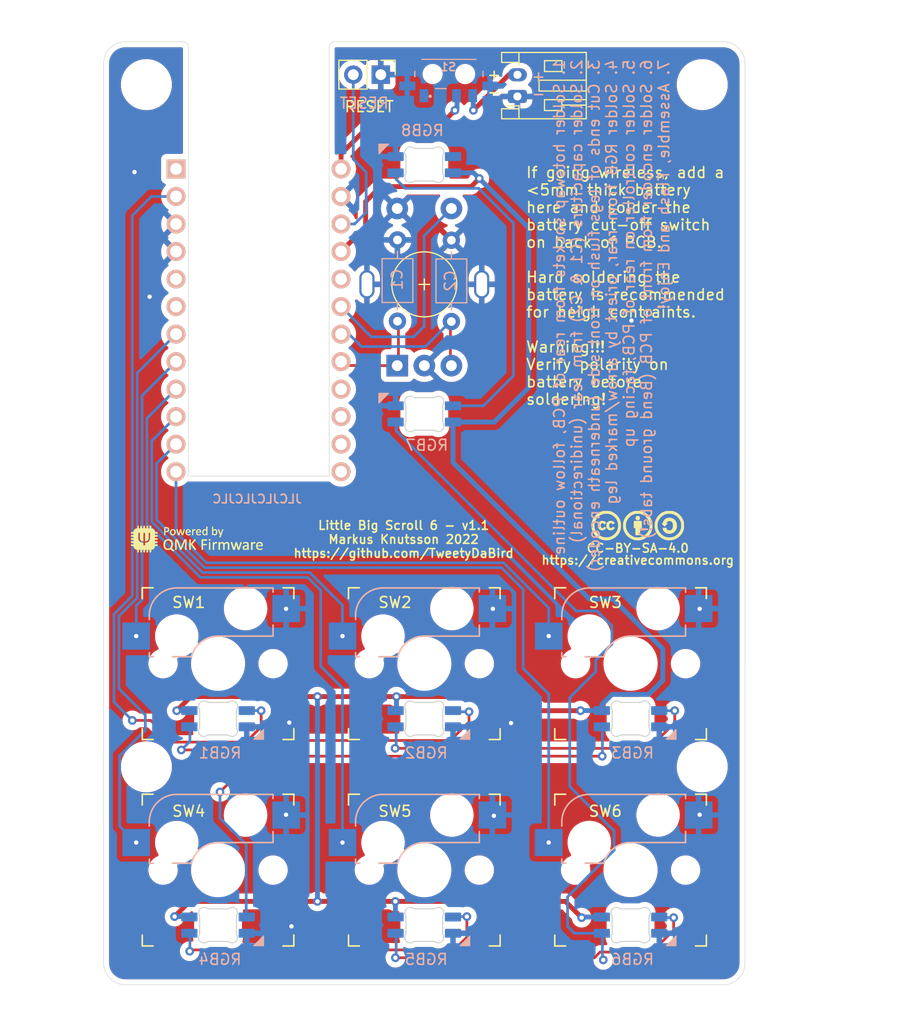
<source format=kicad_pcb>
(kicad_pcb (version 20211014) (generator pcbnew)
  (title_block (title "Little Big Scroll 6 - PCB") (date "2022-08-26") (rev "v1.1") (company "Tweety's Wild Thinking") (comment 1 "Markus Knutsson <markus.knutsson@tweety.se>") (comment 2 "https://github.com/TweetyDaBird") (comment 3 "Licensed under Creative Commons BY-SA 4.0 International "))
  (layers (0 "F.Cu" signal) (31 "B.Cu" signal) (34 "B.Paste" user) (35 "F.Paste" user) (36 "B.SilkS" user "B.Silkscreen") (37 "F.SilkS" user "F.Silkscreen") (38 "B.Mask" user) (39 "F.Mask" user) (44 "Edge.Cuts" user))
  (net 0 "")
  (net 1 "EncB")
  (net 2 "GND")
  (net 3 "VCC")
  (net 4 "EncA")
  (net 5 "RGB")
  (net 6 "Key1")
  (net 7 "Key2")
  (net 8 "Key3")
  (net 9 "Key4")
  (net 10 "Key5")
  (net 11 "Key6")
  (net 12 "EncKey")
  (net 21 "BAT+")
  (net 23 "/BAT++")
  (net 24 "Net-(RGB1-Pad2)")
  (net 25 "Net-(RGB2-Pad2)")
  (net 26 "Net-(RGB3-Pad2)")
  (net 27 "Net-(RGB5-Pad2)")
  (net 28 "Net-(RGB6-Pad2)")
  (net 30 "Net-(J1-Pad2)")
  (net 31 "Net-(RGB5-Pad4)")
  (net 32 "Net-(RGB7-Pad2)")
  (footprint "Common Library:ProMicro" (layer "F.Cu") (at 94.96 71.48 -90)
    (fp_text reference "U1" hide)
    (fp_text value "ProMicro" hide)
  )
  (footprint "Keyboard Switches & Encoders:SW_MX_HotSwap" (layer "F.Cu") (at 91.22 103.16)
    (fp_text reference "SW1")
    (fp_text value "SW_MX_HS" hide)
  )
  (footprint "Keyboard Switches & Encoders:SW_MX_HotSwap" (layer "F.Cu") (at 110.27 103.16)
    (fp_text reference "SW2")
    (fp_text value "SW_MX_HS" hide)
  )
  (footprint "Keyboard Switches & Encoders:SW_MX_HotSwap" (layer "F.Cu") (at 129.32 103.16)
    (fp_text reference "SW3")
    (fp_text value "SW_MX_HS" hide)
  )
  (footprint "Keyboard Switches & Encoders:SW_MX_HotSwap" (layer "F.Cu") (at 91.22 122.21)
    (fp_text reference "SW4")
    (fp_text value "SW_MX_HS" hide)
  )
  (footprint "Keyboard Switches & Encoders:SW_MX_HotSwap" (layer "F.Cu") (at 110.27 122.21)
    (fp_text reference "SW5")
    (fp_text value "SW_MX_HS" hide)
  )
  (footprint "Keyboard Switches & Encoders:SW_MX_HotSwap" (layer "F.Cu") (at 129.32 122.21)
    (fp_text reference "SW6")
    (fp_text value "SW_MX_HS" hide)
  )
  (footprint "Keyboard Switches & Encoders:Encoder_Alps_EC11E_Small" (layer "F.Cu") (at 110.27 68.16 90)
    (fp_text reference "ENC1" hide)
    (fp_text value "Rotary_Encoder_Click" hide)
  )
  (footprint "Keyboard Switches & Encoders:RGB_SK6812MINI-E" (layer "F.Cu") (at 91.22 103.16)
    (fp_text reference "RGB1")
    (fp_text value "SK6812MINI-E")
    (fp_line (start 1.699999 4.377157) (end 1.699999 5.782841) (layer "Edge.Cuts") (width 0.1))
    (fp_line (start -1.699999 5.782841) (end -1.699999 4.377157) (layer "Edge.Cuts") (width 0.1))
    (fp_line (start 0.794452 6.579999) (end -0.794452 6.579999) (layer "Edge.Cuts") (width 0.1))
    (fp_line (start -0.794452 3.58) (end 0.794453 3.58) (layer "Edge.Cuts") (width 0.1))
    (fp_arc (start 1.046711 3.511701) (mid 1.638071 3.575964) (end 1.749484 4.160279) (layer "Edge.Cuts") (width 0.1))
    (fp_arc (start 1.749484 5.999718) (mid 1.638072 6.584034) (end 1.046711 6.648298) (layer "Edge.Cuts") (width 0.1))
    (fp_arc (start -1.749484 4.160279) (mid -1.638071 3.575964) (end -1.046711 3.5117) (layer "Edge.Cuts") (width 0.1))
    (fp_arc (start 1.749484 5.999719) (mid 1.712517 5.89407) (end 1.699999 5.782841) (layer "Edge.Cuts") (width 0.1))
    (fp_arc (start -0.794453 3.579999) (mid -0.925123 3.562622) (end -1.046711 3.5117) (layer "Edge.Cuts") (width 0.1))
    (fp_arc (start -1.046711 6.648296) (mid -1.63807 6.584033) (end -1.749484 5.999719) (layer "Edge.Cuts") (width 0.1))
    (fp_arc (start -1.04671 6.648298) (mid -0.925122 6.597376) (end -0.794452 6.579999) (layer "Edge.Cuts") (width 0.1))
    (fp_arc (start 0.794452 6.579999) (mid 0.925123 6.597376) (end 1.046711 6.648298) (layer "Edge.Cuts") (width 0.1))
    (fp_arc (start -1.749484 4.160279) (mid -1.712527 4.265931) (end -1.699999 4.377157) (layer "Edge.Cuts") (width 0.1))
    (fp_arc (start 1.699999 4.377156) (mid 1.712525 4.26593) (end 1.749484 4.160279) (layer "Edge.Cuts") (width 0.1))
    (fp_arc (start -1.699999 5.782842) (mid -1.712527 5.894067) (end -1.749484 5.999719) (layer "Edge.Cuts") (width 0.1))
    (fp_arc (start 1.046711 3.511701) (mid 0.925123 3.562623) (end 0.794453 3.58) (layer "Edge.Cuts") (width 0.1))
  )
  (footprint "Keyboard Switches & Encoders:RGB_SK6812MINI-E" (layer "F.Cu") (at 110.27 103.16)
    (fp_text reference "RGB2")
    (fp_text value "SK6812MINI-E")
    (fp_line (start 1.699999 4.377157) (end 1.699999 5.782841) (layer "Edge.Cuts") (width 0.1))
    (fp_line (start -1.699999 5.782841) (end -1.699999 4.377157) (layer "Edge.Cuts") (width 0.1))
    (fp_line (start 0.794452 6.579999) (end -0.794452 6.579999) (layer "Edge.Cuts") (width 0.1))
    (fp_line (start -0.794452 3.58) (end 0.794453 3.58) (layer "Edge.Cuts") (width 0.1))
    (fp_arc (start 1.749484 5.999718) (mid 1.638072 6.584034) (end 1.046711 6.648298) (layer "Edge.Cuts") (width 0.1))
    (fp_arc (start 1.749484 5.999719) (mid 1.712517 5.89407) (end 1.699999 5.782841) (layer "Edge.Cuts") (width 0.1))
    (fp_arc (start 1.699999 4.377156) (mid 1.712525 4.26593) (end 1.749484 4.160279) (layer "Edge.Cuts") (width 0.1))
    (fp_arc (start -1.046711 6.648296) (mid -1.63807 6.584033) (end -1.749484 5.999719) (layer "Edge.Cuts") (width 0.1))
    (fp_arc (start -1.749484 4.160279) (mid -1.638071 3.575964) (end -1.046711 3.5117) (layer "Edge.Cuts") (width 0.1))
    (fp_arc (start 1.046711 3.511701) (mid 0.925123 3.562623) (end 0.794453 3.58) (layer "Edge.Cuts") (width 0.1))
    (fp_arc (start -0.794453 3.579999) (mid -0.925123 3.562622) (end -1.046711 3.5117) (layer "Edge.Cuts") (width 0.1))
    (fp_arc (start 1.046711 3.511701) (mid 1.638071 3.575964) (end 1.749484 4.160279) (layer "Edge.Cuts") (width 0.1))
    (fp_arc (start -1.699999 5.782842) (mid -1.712527 5.894067) (end -1.749484 5.999719) (layer "Edge.Cuts") (width 0.1))
    (fp_arc (start 0.794452 6.579999) (mid 0.925123 6.597376) (end 1.046711 6.648298) (layer "Edge.Cuts") (width 0.1))
    (fp_arc (start -1.749484 4.160279) (mid -1.712527 4.265931) (end -1.699999 4.377157) (layer "Edge.Cuts") (width 0.1))
    (fp_arc (start -1.04671 6.648298) (mid -0.925122 6.597376) (end -0.794452 6.579999) (layer "Edge.Cuts") (width 0.1))
  )
  (footprint "Keyboard Switches & Encoders:RGB_SK6812MINI-E" (layer "F.Cu") (at 129.32 103.16)
    (fp_text reference "RGB3")
    (fp_text value "SK6812MINI-E")
    (fp_line (start -1.699999 5.782841) (end -1.699999 4.377157) (layer "Edge.Cuts") (width 0.1))
    (fp_line (start -0.794452 3.58) (end 0.794453 3.58) (layer "Edge.Cuts") (width 0.1))
    (fp_line (start 1.699999 4.377157) (end 1.699999 5.782841) (layer "Edge.Cuts") (width 0.1))
    (fp_line (start 0.794452 6.579999) (end -0.794452 6.579999) (layer "Edge.Cuts") (width 0.1))
    (fp_arc (start -1.699999 5.782842) (mid -1.712527 5.894067) (end -1.749484 5.999719) (layer "Edge.Cuts") (width 0.1))
    (fp_arc (start 1.749484 5.999718) (mid 1.638072 6.584034) (end 1.046711 6.648298) (layer "Edge.Cuts") (width 0.1))
    (fp_arc (start 1.046711 3.511701) (mid 0.925123 3.562623) (end 0.794453 3.58) (layer "Edge.Cuts") (width 0.1))
    (fp_arc (start -1.046711 6.648296) (mid -1.63807 6.584033) (end -1.749484 5.999719) (layer "Edge.Cuts") (width 0.1))
    (fp_arc (start 1.699999 4.377156) (mid 1.712525 4.26593) (end 1.749484 4.160279) (layer "Edge.Cuts") (width 0.1))
    (fp_arc (start -1.04671 6.648298) (mid -0.925122 6.597376) (end -0.794452 6.579999) (layer "Edge.Cuts") (width 0.1))
    (fp_arc (start -1.749484 4.160279) (mid -1.638071 3.575964) (end -1.046711 3.5117) (layer "Edge.Cuts") (width 0.1))
    (fp_arc (start 0.794452 6.579999) (mid 0.925123 6.597376) (end 1.046711 6.648298) (layer "Edge.Cuts") (width 0.1))
    (fp_arc (start 1.046711 3.511701) (mid 1.638071 3.575964) (end 1.749484 4.160279) (layer "Edge.Cuts") (width 0.1))
    (fp_arc (start -0.794453 3.579999) (mid -0.925123 3.562622) (end -1.046711 3.5117) (layer "Edge.Cuts") (width 0.1))
    (fp_arc (start 1.749484 5.999719) (mid 1.712517 5.89407) (end 1.699999 5.782841) (layer "Edge.Cuts") (width 0.1))
    (fp_arc (start -1.749484 4.160279) (mid -1.712527 4.265931) (end -1.699999 4.377157) (layer "Edge.Cuts") (width 0.1))
  )
  (footprint "Keyboard Switches & Encoders:RGB_SK6812MINI-E" (layer "F.Cu") (at 91.22 122.21)
    (fp_text reference "RGB4")
    (fp_text value "SK6812MINI-E")
    (fp_line (start 1.699999 4.377157) (end 1.699999 5.782841) (layer "Edge.Cuts") (width 0.1))
    (fp_line (start 0.794452 6.579999) (end -0.794452 6.579999) (layer "Edge.Cuts") (width 0.1))
    (fp_line (start -1.699999 5.782841) (end -1.699999 4.377157) (layer "Edge.Cuts") (width 0.1))
    (fp_line (start -0.794452 3.58) (end 0.794453 3.58) (layer "Edge.Cuts") (width 0.1))
    (fp_arc (start -1.046711 6.648296) (mid -1.63807 6.584033) (end -1.749484 5.999719) (layer "Edge.Cuts") (width 0.1))
    (fp_arc (start 1.749484 5.999719) (mid 1.712517 5.89407) (end 1.699999 5.782841) (layer "Edge.Cuts") (width 0.1))
    (fp_arc (start -1.749484 4.160279) (mid -1.638071 3.575964) (end -1.046711 3.5117) (layer "Edge.Cuts") (width 0.1))
    (fp_arc (start 1.046711 3.511701) (mid 0.925123 3.562623) (end 0.794453 3.58) (layer "Edge.Cuts") (width 0.1))
    (fp_arc (start 0.794452 6.579999) (mid 0.925123 6.597376) (end 1.046711 6.648298) (layer "Edge.Cuts") (width 0.1))
    (fp_arc (start 1.046711 3.511701) (mid 1.638071 3.575964) (end 1.749484 4.160279) (layer "Edge.Cuts") (width 0.1))
    (fp_arc (start -0.794453 3.579999) (mid -0.925123 3.562622) (end -1.046711 3.5117) (layer "Edge.Cuts") (width 0.1))
    (fp_arc (start 1.699999 4.377156) (mid 1.712525 4.26593) (end 1.749484 4.160279) (layer "Edge.Cuts") (width 0.1))
    (fp_arc (start -1.699999 5.782842) (mid -1.712527 5.894067) (end -1.749484 5.999719) (layer "Edge.Cuts") (width 0.1))
    (fp_arc (start 1.749484 5.999718) (mid 1.638072 6.584034) (end 1.046711 6.648298) (layer "Edge.Cuts") (width 0.1))
    (fp_arc (start -1.04671 6.648298) (mid -0.925122 6.597376) (end -0.794452 6.579999) (layer "Edge.Cuts") (width 0.1))
    (fp_arc (start -1.749484 4.160279) (mid -1.712527 4.265931) (end -1.699999 4.377157) (layer "Edge.Cuts") (width 0.1))
  )
  (footprint "Keyboard Switches & Encoders:RGB_SK6812MINI-E" (layer "F.Cu") (at 110.27 122.21)
    (fp_text reference "RGB5")
    (fp_text value "SK6812MINI-E")
    (fp_line (start 0.794452 6.579999) (end -0.794452 6.579999) (layer "Edge.Cuts") (width 0.1))
    (fp_line (start -1.699999 5.782841) (end -1.699999 4.377157) (layer "Edge.Cuts") (width 0.1))
    (fp_line (start 1.699999 4.377157) (end 1.699999 5.782841) (layer "Edge.Cuts") (width 0.1))
    (fp_line (start -0.794452 3.58) (end 0.794453 3.58) (layer "Edge.Cuts") (width 0.1))
    (fp_arc (start 0.794452 6.579999) (mid 0.925123 6.597376) (end 1.046711 6.648298) (layer "Edge.Cuts") (width 0.1))
    (fp_arc (start -0.794453 3.579999) (mid -0.925123 3.562622) (end -1.046711 3.5117) (layer "Edge.Cuts") (width 0.1))
    (fp_arc (start 1.699999 4.377156) (mid 1.712525 4.26593) (end 1.749484 4.160279) (layer "Edge.Cuts") (width 0.1))
    (fp_arc (start -1.749484 4.160279) (mid -1.638071 3.575964) (end -1.046711 3.5117) (layer "Edge.Cuts") (width 0.1))
    (fp_arc (start 1.046711 3.511701) (mid 0.925123 3.562623) (end 0.794453 3.58) (layer "Edge.Cuts") (width 0.1))
    (fp_arc (start -1.699999 5.782842) (mid -1.712527 5.894067) (end -1.749484 5.999719) (layer "Edge.Cuts") (width 0.1))
    (fp_arc (start -1.749484 4.160279) (mid -1.712527 4.265931) (end -1.699999 4.377157) (layer "Edge.Cuts") (width 0.1))
    (fp_arc (start -1.04671 6.648298) (mid -0.925122 6.597376) (end -0.794452 6.579999) (layer "Edge.Cuts") (width 0.1))
    (fp_arc (start -1.046711 6.648296) (mid -1.63807 6.584033) (end -1.749484 5.999719) (layer "Edge.Cuts") (width 0.1))
    (fp_arc (start 1.749484 5.999718) (mid 1.638072 6.584034) (end 1.046711 6.648298) (layer "Edge.Cuts") (width 0.1))
    (fp_arc (start 1.749484 5.999719) (mid 1.712517 5.89407) (end 1.699999 5.782841) (layer "Edge.Cuts") (width 0.1))
    (fp_arc (start 1.046711 3.511701) (mid 1.638071 3.575964) (end 1.749484 4.160279) (layer "Edge.Cuts") (width 0.1))
  )
  (footprint "Keyboard Switches & Encoders:RGB_SK6812MINI-E" (layer "F.Cu") (at 129.32 122.21)
    (fp_text reference "RGB6")
    (fp_text value "SK6812MINI-E")
    (fp_line (start -1.699999 5.782841) (end -1.699999 4.377157) (layer "Edge.Cuts") (width 0.1))
    (fp_line (start 1.699999 4.377157) (end 1.699999 5.782841) (layer "Edge.Cuts") (width 0.1))
    (fp_line (start -0.794452 3.58) (end 0.794453 3.58) (layer "Edge.Cuts") (width 0.1))
    (fp_line (start 0.794452 6.579999) (end -0.794452 6.579999) (layer "Edge.Cuts") (width 0.1))
    (fp_arc (start -1.749484 4.160279) (mid -1.712527 4.265931) (end -1.699999 4.377157) (layer "Edge.Cuts") (width 0.1))
    (fp_arc (start 1.046711 3.511701) (mid 0.925123 3.562623) (end 0.794453 3.58) (layer "Edge.Cuts") (width 0.1))
    (fp_arc (start -0.794453 3.579999) (mid -0.925123 3.562622) (end -1.046711 3.5117) (layer "Edge.Cuts") (width 0.1))
    (fp_arc (start -1.04671 6.648298) (mid -0.925122 6.597376) (end -0.794452 6.579999) (layer "Edge.Cuts") (width 0.1))
    (fp_arc (start 1.046711 3.511701) (mid 1.638071 3.575964) (end 1.749484 4.160279) (layer "Edge.Cuts") (width 0.1))
    (fp_arc (start -1.699999 5.782842) (mid -1.712527 5.894067) (end -1.749484 5.999719) (layer "Edge.Cuts") (width 0.1))
    (fp_arc (start -1.749484 4.160279) (mid -1.638071 3.575964) (end -1.046711 3.5117) (layer "Edge.Cuts") (width 0.1))
    (fp_arc (start 1.749484 5.999719) (mid 1.712517 5.89407) (end 1.699999 5.782841) (layer "Edge.Cuts") (width 0.1))
    (fp_arc (start 1.699999 4.377156) (mid 1.712525 4.26593) (end 1.749484 4.160279) (layer "Edge.Cuts") (width 0.1))
    (fp_arc (start 0.794452 6.579999) (mid 0.925123 6.597376) (end 1.046711 6.648298) (layer "Edge.Cuts") (width 0.1))
    (fp_arc (start 1.749484 5.999718) (mid 1.638072 6.584034) (end 1.046711 6.648298) (layer "Edge.Cuts") (width 0.1))
    (fp_arc (start -1.046711 6.648296) (mid -1.63807 6.584033) (end -1.749484 5.999719) (layer "Edge.Cuts") (width 0.1))
  )
  (footprint "Keyboard Switches & Encoders:RGB_SK6812MINI-E" (layer "F.Cu") (at 110.27 62.2 180)
    (fp_text reference "RGB8")
    (fp_text value "SK6812MINI-E")
    (fp_line (start 1.699999 4.377157) (end 1.699999 5.782841) (layer "Edge.Cuts") (width 0.1))
    (fp_line (start -0.794452 3.58) (end 0.794453 3.58) (layer "Edge.Cuts") (width 0.1))
    (fp_line (start 0.794452 6.579999) (end -0.794452 6.579999) (layer "Edge.Cuts") (width 0.1))
    (fp_line (start -1.699999 5.782841) (end -1.699999 4.377157) (layer "Edge.Cuts") (width 0.1))
    (fp_arc (start 0.794452 6.579999) (mid 0.925123 6.597376) (end 1.046711 6.648298) (layer "Edge.Cuts") (width 0.1))
    (fp_arc (start 1.749484 5.999719) (mid 1.712517 5.89407) (end 1.699999 5.782841) (layer "Edge.Cuts") (width 0.1))
    (fp_arc (start 1.699999 4.377156) (mid 1.712525 4.26593) (end 1.749484 4.160279) (layer "Edge.Cuts") (width 0.1))
    (fp_arc (start 1.749484 5.999718) (mid 1.638072 6.584034) (end 1.046711 6.648298) (layer "Edge.Cuts") (width 0.1))
    (fp_arc (start -0.794453 3.579999) (mid -0.925123 3.562622) (end -1.046711 3.5117) (layer "Edge.Cuts") (width 0.1))
    (fp_arc (start -1.699999 5.782842) (mid -1.712527 5.894067) (end -1.749484 5.999719) (layer "Edge.Cuts") (width 0.1))
    (fp_arc (start 1.046711 3.511701) (mid 1.638071 3.575964) (end 1.749484 4.160279) (layer "Edge.Cuts") (width 0.1))
    (fp_arc (start -1.749484 4.160279) (mid -1.638071 3.575964) (end -1.046711 3.5117) (layer "Edge.Cuts") (width 0.1))
    (fp_arc (start 1.046711 3.511701) (mid 0.925123 3.562623) (end 0.794453 3.58) (layer "Edge.Cuts") (width 0.1))
    (fp_arc (start -1.04671 6.648298) (mid -0.925122 6.597376) (end -0.794452 6.579999) (layer "Edge.Cuts") (width 0.1))
    (fp_arc (start -1.046711 6.648296) (mid -1.63807 6.584033) (end -1.749484 5.999719) (layer "Edge.Cuts") (width 0.1))
    (fp_arc (start -1.749484 4.160279) (mid -1.712527 4.265931) (end -1.699999 4.377157) (layer "Edge.Cuts") (width 0.1))
  )
  (footprint "Keyboard Switches & Encoders:RGB_SK6812MINI-E" (layer "F.Cu") (at 110.27 85.195 180)
    (fp_text reference "RGB7")
    (fp_text value "SK6812MINI-E")
    (fp_line (start -1.699999 5.782841) (end -1.699999 4.377157) (layer "Edge.Cuts") (width 0.1))
    (fp_line (start 0.794452 6.579999) (end -0.794452 6.579999) (layer "Edge.Cuts") (width 0.1))
    (fp_line (start -0.794452 3.58) (end 0.794453 3.58) (layer "Edge.Cuts") (width 0.1))
    (fp_line (start 1.699999 4.377157) (end 1.699999 5.782841) (layer "Edge.Cuts") (width 0.1))
    (fp_arc (start -1.699999 5.782842) (mid -1.712527 5.894067) (end -1.749484 5.999719) (layer "Edge.Cuts") (width 0.1))
    (fp_arc (start -1.046711 6.648296) (mid -1.63807 6.584033) (end -1.749484 5.999719) (layer "Edge.Cuts") (width 0.1))
    (fp_arc (start 1.046711 3.511701) (mid 1.638071 3.575964) (end 1.749484 4.160279) (layer "Edge.Cuts") (width 0.1))
    (fp_arc (start 1.699999 4.377156) (mid 1.712525 4.26593) (end 1.749484 4.160279) (layer "Edge.Cuts") (width 0.1))
    (fp_arc (start -1.749484 4.160279) (mid -1.638071 3.575964) (end -1.046711 3.5117) (layer "Edge.Cuts") (width 0.1))
    (fp_arc (start 1.749484 5.999718) (mid 1.638072 6.584034) (end 1.046711 6.648298) (layer "Edge.Cuts") (width 0.1))
    (fp_arc (start 1.749484 5.999719) (mid 1.712517 5.89407) (end 1.699999 5.782841) (layer "Edge.Cuts") (width 0.1))
    (fp_arc (start 1.046711 3.511701) (mid 0.925123 3.562623) (end 0.794453 3.58) (layer "Edge.Cuts") (width 0.1))
    (fp_arc (start -1.749484 4.160279) (mid -1.712527 4.265931) (end -1.699999 4.377157) (layer "Edge.Cuts") (width 0.1))
    (fp_arc (start 0.794452 6.579999) (mid 0.925123 6.597376) (end 1.046711 6.648298) (layer "Edge.Cuts") (width 0.1))
    (fp_arc (start -0.794453 3.579999) (mid -0.925123 3.562622) (end -1.046711 3.5117) (layer "Edge.Cuts") (width 0.1))
    (fp_arc (start -1.04671 6.648298) (mid -0.925122 6.597376) (end -0.794452 6.579999) (layer "Edge.Cuts") (width 0.1))
  )
  (footprint "Keyboard Switches & Encoders:Spacer PCB hole" (layer "F.Cu") (at 84.6 112.685)
    (fp_text reference "H1" hide)
    (fp_text value "Spacer_PCB" hide)
  )
  (footprint "Keyboard Switches & Encoders:Spacer PCB hole" (layer "F.Cu") (at 135.94 112.685)
    (fp_text reference "H2" hide)
    (fp_text value "Spacer_PCB" hide)
  )
  (footprint "Keyboard Switches & Encoders:Spacer PCB hole" (layer "F.Cu") (at 135.94 49.73)
    (fp_text reference "H3" hide)
    (fp_text value "Spacer_PCB" hide)
  )
  (footprint "Keyboard Switches & Encoders:Spacer PCB hole" (layer "F.Cu") (at 84.6 49.73)
    (fp_text reference "H4" hide)
    (fp_text value "Spacer_PCB" hide)
  )
  (footprint "Connector_PinHeader_2.54mm:PinHeader_1x02_P2.54mm_Vertical" (layer "F.Cu") (at 106.25 48.81 -90)
    (fp_text reference "J1" hide)
    (fp_text value "Conn_01x02")
  )
  (footprint "Connector_JST:JST_PH_S2B-PH-K_1x02_P2.00mm_Horizontal" (layer "F.Cu") (at 118.87 50.82 90)
    (fp_text reference "J2" hide)
    (fp_text value "Conn_01x02")
  )
  (footprint "Logotypes:Powered_by_QMK" (layer "F.Cu") (at 89.29 91.65)
    (fp_text reference "Logo2" hide)
    (fp_text value "QMK_Logo" hide)
  )
  (footprint "Logotypes:CC_BY_SA_40" (layer "F.Cu") (at 130.026958 91.345945)
    (fp_text reference "Logo1" hide)
    (fp_text value "CC-BY-SA-4.0")
  )
  (footprint "Capacitor_THT:C_Axial_L3.8mm_D2.6mm_P7.50mm_Horizontal" (layer "B.Cu") (at 112.77 64.09 -90)
    (fp_text reference "C2")
    (fp_text value "C_Small")
  )
  (footprint "Capacitor_THT:C_Axial_L3.8mm_D2.6mm_P7.50mm_Horizontal" (layer "B.Cu") (at 107.79 71.56 90)
    (fp_text reference "C1")
    (fp_text value "C_Small")
  )
  (footprint "Keyboard Switches & Encoders:MSK12C02" (layer "B.Cu") (at 112.54 48.75)
    (fp_text reference "S1")
    (fp_text value "MSK12C02" hide)
  )
  (gr_arc (start 80.65 47.780399) (mid 81.235903 46.365903) (end 82.650399 45.78) (layer "Edge.Cuts") (width 0.05))
  (gr_arc (start 82.650399 132.790399) (mid 81.235903 132.204496) (end 80.65 130.79) (layer "Edge.Cuts") (width 0.05))
  (gr_arc (start 137.89 45.78) (mid 139.304496 46.365903) (end 139.890399 47.780399) (layer "Edge.Cuts") (width 0.05))
  (gr_line (start 101.485 85.85) (end 101.485 46.28) (layer "Edge.Cuts") (width 0.05))
  (gr_line (start 139.890399 47.780399) (end 139.89 130.789601) (layer "Edge.Cuts") (width 0.05))
  (gr_line (start 101.985 45.78) (end 137.89 45.78) (layer "Edge.Cuts") (width 0.05))
  (gr_line (start 80.65 130.79) (end 80.65 47.800399) (layer "Edge.Cuts") (width 0.05))
  (gr_arc (start 139.89 130.789601) (mid 139.304097 132.204097) (end 137.889601 132.79) (layer "Edge.Cuts") (width 0.05))
  (gr_arc (start 87.985 45.78) (mid 88.338553 45.926447) (end 88.485 46.28) (layer "Edge.Cuts") (width 0.05))
  (gr_arc (start 101.485 46.28) (mid 101.631447 45.926447) (end 101.985 45.78) (layer "Edge.Cuts") (width 0.05))
  (gr_line (start 88.485 46.28) (end 88.485 85.85) (layer "Edge.Cuts") (width 0.05))
  (gr_line (start 88.485 85.85) (end 101.485 85.85) (layer "Edge.Cuts") (width 0.05))
  (gr_line (start 82.650399 45.78) (end 87.985 45.78) (layer "Edge.Cuts") (width 0.05))
  (gr_line (start 137.889601 132.79) (end 82.650399 132.790399) (layer "Edge.Cuts") (width 0.05))
  (gr_text "RESET" (at 104.71 51.44) (layer "B.SilkS") (effects (font (size 1 1)) (justify mirror)))
  (gr_text "+\n-" (at 120.82 49.77) (layer "B.SilkS") (effects (font (size 1 1)) (justify mirror)))
  (gr_text "1. Solder hotswap sockets from rear of PCB, follow outline\n2. Solder capacitors (C1 & C2) from rear (unidirectional)\n3. Cut ends of legs flush on front side (underneath encoder)\n4. Solder RGB from rear, orient by arrow/marked leg \n5. Solder controller on rear of PCB, facing up\n6. Solder encoder from front of PCB (Bend ground tabs!)\n7. Assemble, Flash and Enjoy!" (at 127.57 47.33 90) (layer "B.SilkS") (effects (font (size 1 1)) (justify left mirror)))
  (gr_text "JLCJLCJLCJLC" (at 94.83 87.96) (layer "B.SilkS") (effects (font (size 0.8 0.8)) (justify mirror)))
  (gr_text "If going wireless, add a \n<5mm thick battery\nhere and solder the \nbattery cut-off switch\non back of PCB. \n\nHard soldering the\nbattery is recommended\nfor heigh contraints.\n\nWarning!!!\nVerify polarity on \nbattery before \nsoldering!" (at 119.59 68.3) (layer "F.SilkS") (effects (font (size 1 1)) (justify left)))
  (gr_text "RESET" (at 105.18 51.76) (layer "F.SilkS") (effects (font (size 1 1))))
  (gr_text "Little Big Scroll 6 - v1.1\nMarkus Knutsson 2022\nhttps://github.com/TweetyDaBird" (at 108.361388 91.69) (layer "F.SilkS") (effects (font (size 0.8 0.8))))
  (gr_text "+\n-" (at 116.72 49.61) (layer "F.SilkS") (effects (font (size 1 1))))
  (segment (start 112.68 75.57) (end 112.77 75.66) (width 0.25) (layer "F.Cu") (net 1))
  (segment (start 112.77 71.59) (end 112.68 71.68) (width 0.25) (layer "F.Cu") (net 1))
  (segment (start 112.68 71.68) (end 112.68 75.57) (width 0.25) (layer "F.Cu") (net 1))
  (segment (start 112.77 71.59) (end 112.68 71.59) (width 0.25) (layer "B.Cu") (net 1))
  (segment (start 103.31 72.75) (end 102.58 72.75) (width 0.25) (layer "B.Cu") (net 1))
  (segment (start 104.46 73.9) (end 103.31 72.75) (width 0.25) (layer "B.Cu") (net 1))
  (segment (start 112.68 71.59) (end 110.37 73.9) (width 0.25) (layer "B.Cu") (net 1))
  (segment (start 110.37 73.9) (end 104.46 73.9) (width 0.25) (layer "B.Cu") (net 1))
  (via (at 98 127.4) (size 0.8) (drill 0.4) (layers "F.Cu" "B.Cu") (net 2))
  (via (at 118.2755 108.643082) (size 0.8) (drill 0.4) (layers "F.Cu" "B.Cu") (net 2))
  (via (at 129.4 71.5) (size 0.8) (drill 0.4) (layers "F.Cu" "B.Cu") (net 2))
  (via (at 84.9 69.3) (size 0.8) (drill 0.4) (layers "F.Cu" "B.Cu") (net 2))
  (via (at 116.6 98.1) (size 0.8) (drill 0.4) (layers "F.Cu" "B.Cu") (net 2))
  (via (at 97.5 117.1) (size 0.8) (drill 0.4) (layers "F.Cu" "B.Cu") (net 2))
  (via (at 116.7 117.2) (size 0.8) (drill 0.4) (layers "F.Cu" "B.Cu") (net 2))
  (via (at 135.7 98.1) (size 0.8) (drill 0.4) (layers "F.Cu" "B.Cu") (net 2))
  (via (at 97.5 98.1) (size 0.8) (drill 0.4) (layers "F.Cu" "B.Cu") (net 2))
  (via (at 97.8 108.6) (size 0.8) (drill 0.4) (layers "F.Cu" "B.Cu") (net 2))
  (via (at 135.7 117.1) (size 0.8) (drill 0.4) (layers "F.Cu" "B.Cu") (net 2))
  (via (at 83.5 57.8) (size 0.8) (drill 0.4) (layers "F.Cu" "B.Cu") (net 2))
  (segment (start 100.4 125.1) (end 107.6 125.1) (width 0.45) (layer "F.Cu") (net 3))
  (segment (start 88.7 106.2) (end 100.4 106.2) (width 0.45) (layer "F.Cu") (net 3))
  (segment (start 104.85 62.86) (end 104.85 60.52) (width 0.45) (layer "F.Cu") (net 3))
  (segment (start 123.3 125.1) (end 124.8 126.6) (width 0.45) (layer "F.Cu") (net 3))
  (segment (start 114.6 59.14) (end 115.35 58.39) (width 0.45) (layer "F.Cu") (net 3))
  (segment (start 87.4 107.5) (end 88.7 106.2) (width 0.45) (layer "F.Cu") (net 3))
  (segment (start 124.7 107.5) (end 121 107.5) (width 0.45) (layer "F.Cu") (net 3))
  (segment (start 104.85 60.52) (end 106.23 59.14) (width 0.45) (layer "F.Cu") (net 3))
  (segment (start 107.7 106.2) (end 100.4 106.2) (width 0.45) (layer "F.Cu") (net 3))
  (segment (start 119.7 106.2) (end 107.7 106.2) (width 0.45) (layer "F.Cu") (net 3))
  (segment (start 106.23 59.14) (end 114.6 59.14) (width 0.45) (layer "F.Cu") (net 3))
  (segment (start 121 107.5) (end 119.7 106.2) (width 0.45) (layer "F.Cu") (net 3))
  (segment (start 102.58 65.13) (end 104.85 62.86) (width 0.45) (layer "F.Cu") (net 3))
  (segment (start 88.6 125.1) (end 87.2 126.5) (width 0.45) (layer "F.Cu") (net 3))
  (segment (start 107.6 125.1) (end 123.3 125.1) (width 0.45) (layer "F.Cu") (net 3))
  (segment (start 100.4 125.1) (end 88.6 125.1) (width 0.45) (layer "F.Cu") (net 3))
  (via (at 100.4 106.2) (size 0.8) (drill 0.4) (layers "F.Cu" "B.Cu") (net 3))
  (via (at 107.7 106.2) (size 0.8) (drill 0.4) (layers "F.Cu" "B.Cu") (net 3))
  (via (at 107.6 125.1) (size 0.8) (drill 0.4) (layers "F.Cu" "B.Cu") (net 3))
  (via (at 124.7 107.5) (size 0.8) (drill 0.4) (layers "F.Cu" "B.Cu") (net 3))
  (via (at 87.4 107.5) (size 0.8) (drill 0.4) (layers "F.Cu" "B.Cu") (net 3))
  (via (at 87.2 126.5) (size 0.8) (drill 0.4) (layers "F.Cu" "B.Cu") (net 3))
  (via (at 100.4 125.1) (size 0.8) (drill 0.4) (layers "F.Cu" "B.Cu") (net 3))
  (via (at 115.35 58.39) (size 0.8) (drill 0.4) (layers "F.Cu" "B.Cu") (net 3))
  (via (at 124.8 126.6) (size 0.8) (drill 0.4) (layers "F.Cu" "B.Cu") (net 3))
  (segment (start 114.830001 57.870001) (end 115.35 58.39) (width 0.45) (layer "B.Cu") (net 3))
  (segment (start 124.710001 107.489999) (end 124.7 107.5) (width 0.45) (layer "B.Cu") (net 3))
  (segment (start 132.3 104.7) (end 131 106) (width 0.45) (layer "B.Cu") (net 3))
  (segment (start 112.87 57.870001) (end 114.830001 57.870001) (width 0.45) (layer "B.Cu") (net 3))
  (segment (start 107.7 107.459999) (end 107.67 107.489999) (width 0.45) (layer "B.Cu") (net 3))
  (segment (start 107.6 126.469999) (end 107.67 126.539999) (width 0.45) (layer "B.Cu") (net 3))
  (segment (start 124.860001 126.539999) (end 124.8 126.6) (width 0.45) (layer "B.Cu") (net 3))
  (segment (start 127.6 106) (end 126.67 106.93) (width 0.45) (layer "B.Cu") (net 3))
  (segment (start 125.5181 97.2) (end 127.7 97.2) (width 0.45) (layer "B.Cu") (net 3))
  (segment (start 126.67 106.93) (end 126.67 107.489999) (width 0.45) (layer "B.Cu") (net 3))
  (segment (start 87.410001 107.489999) (end 87.4 107.5) (width 0.45) (layer "B.Cu") (net 3))
  (segment (start 87.2 126.5) (end 88.580001 126.5) (width 0.45) (layer "B.Cu") (net 3))
  (segment (start 107.7 106.2) (end 107.7 107.459999) (width 0.45) (layer "B.Cu") (net 3))
  (segment (start 132.3 101.8) (end 132.3 104.7) (width 0.45) (layer "B.Cu") (net 3))
  (segment (start 126.72 126.539999) (end 124.860001 126.539999) (width 0.45) (layer "B.Cu") (net 3))
  (segment (start 119.9 62.94) (end 115.35 58.39) (width 0.45) (layer "B.Cu") (net 3))
  (segment (start 112.92 84.6019) (end 125.5181 97.2) (width 0.45) (layer "B.Cu") (net 3))
  (segment (start 131 106) (end 127.6 106) (width 0.45) (layer "B.Cu") (net 3))
  (segment (start 100.4 125.1) (end 100.4 106.2) (width 0.45) (layer "B.Cu") (net 3))
  (segment (start 126.72 107.489999) (end 124.710001 107.489999) (width 0.45) (layer "B.Cu") (net 3))
  (segment (start 112.92 80.865001) (end 116.734999 80.865001) (width 0.45) (layer "B.Cu") (net 3))
  (segment (start 119.9 77.7) (end 119.9 62.94) (width 0.45) (layer "B.Cu") (net 3))
  (segment (start 116.734999 80.865001) (end 119.9 77.7) (width 0.45) (layer "B.Cu") (net 3))
  (segment (start 112.92 80.865001) (end 112.92 84.6019) (width 0.45) (layer "B.Cu") (net 3))
  (segment (start 107.6 125.1) (end 107.6 126.469999) (width 0.45) (layer "B.Cu") (net 3))
  (segment (start 88.62 107.489999) (end 87.410001 107.489999) (width 0.45) (layer "B.Cu") (net 3))
  (segment (start 127.7 97.2) (end 132.3 101.8) (width 0.45) (layer "B.Cu") (net 3))
  (segment (start 107.79 71.56) (end 107.88 71.65) (width 0.25) (layer "F.Cu") (net 4))
  (segment (start 107.88 71.65) (end 107.88 75.55) (width 0.25) (layer "F.Cu") (net 4))
  (segment (start 105.57 75.65) (end 102.94 75.65) (width 0.25) (layer "F.Cu") (net 4))
  (segment (start 102.94 75.65) (end 102.58 75.29) (width 0.25) (layer "F.Cu") (net 4))
  (segment (start 107.77 75.66) (end 105.58 75.66) (width 0.25) (layer "F.Cu") (net 4))
  (segment (start 107.88 75.55) (end 107.77 75.66) (width 0.25) (layer "F.Cu") (net 4))
  (segment (start 105.58 75.66) (end 105.57 75.65) (width 0.25) (layer "F.Cu") (net 4))
  (segment (start 95.2 107.5) (end 95.2 109) (width 0.25) (layer "F.Cu") (net 5))
  (segment (start 93.8 110.4) (end 87 110.4) (width 0.25) (layer "F.Cu") (net 5))
  (segment (start 85 108.4) (end 83.3 108.4) (width 0.25) (layer "F.Cu") (net 5))
  (segment (start 95.2 109) (end 93.8 110.4) (width 0.25) (layer "F.Cu") (net 5))
  (segment (start 87 110.4) (end 85 108.4) (width 0.25) (layer "F.Cu") (net 5))
  (via (at 83.3 108.4) (size 0.8) (drill 0.4) (layers "F.Cu" "B.Cu") (net 5))
  (via (at 95.2 107.5) (size 0.8) (drill 0.4) (layers "F.Cu" "B.Cu") (net 5))
  (segment (start 83.3 61.8102) (end 85.0602 60.05) (width 0.25) (layer "B.Cu") (net 5))
  (segment (start 93.82 107.489999) (end 95.189999 107.489999) (width 0.25) (layer "B.Cu") (net 5))
  (segment (start 83.3 96.9) (end 83.3 61.8102) (width 0.25) (layer "B.Cu") (net 5))
  (segment (start 81.610978 106.710978) (end 81.610978 98.589022) (width 0.25) (layer "B.Cu") (net 5))
  (segment (start 81.610978 98.589022) (end 83.3 96.9) (width 0.25) (layer "B.Cu") (net 5))
  (segment (start 85.0602 60.05) (end 87.34 60.05) (width 0.25) (layer "B.Cu") (net 5))
  (segment (start 83.3 108.4) (end 81.610978 106.710978) (width 0.25) (layer "B.Cu") (net 5))
  (segment (start 95.189999 107.489999) (end 95.2 107.5) (width 0.25) (layer "B.Cu") (net 5))
  (via (at 83.66 100.62) (size 0.8) (drill 0.4) (layers "F.Cu" "B.Cu") (net 6))
  (segment (start 84.199021 78.430979) (end 87.34 75.29) (width 0.25) (layer "B.Cu") (net 6))
  (segment (start 83.66 100.62) (end 83.66 97.811408) (width 0.25) (layer "B.Cu") (net 6))
  (segment (start 83.66 97.811408) (end 84.199021 97.272387) (width 0.25) (layer "B.Cu") (net 6))
  (segment (start 84.199021 97.272387) (end 84.199021 78.430979) (width 0.25) (layer "B.Cu") (net 6))
  (via (at 102.71 100.62) (size 0.8) (drill 0.4) (layers "F.Cu" "B.Cu") (net 7))
  (segment (start 89.779081 94.750489) (end 85.098043 90.069451) (width 0.25) (layer "B.Cu") (net 7))
  (segment (start 85.098043 82.611957) (end 87.34 80.37) (width 0.25) (layer "B.Cu") (net 7))
  (segment (start 99.686193 94.750489) (end 89.779081 94.750489) (width 0.25) (layer "B.Cu") (net 7))
  (segment (start 102.71 100.62) (end 102.71 97.774296) (width 0.25) (layer "B.Cu") (net 7))
  (segment (start 102.71 97.774296) (end 99.686193 94.750489) (width 0.25) (layer "B.Cu") (net 7))
  (segment (start 85.098043 90.069451) (end 85.098043 82.611957) (width 0.25) (layer "B.Cu") (net 7))
  (via (at 121.76 100.62) (size 0.8) (drill 0.4) (layers "F.Cu" "B.Cu") (net 8))
  (segment (start 121.76 98.024296) (end 121.76 100.62) (width 0.25) (layer "B.Cu") (net 8))
  (segment (start 117.587172 93.851468) (end 121.76 98.024296) (width 0.25) (layer "B.Cu") (net 8))
  (segment (start 87.34 91.04) (end 90.151468 93.851468) (width 0.25) (layer "B.Cu") (net 8))
  (segment (start 90.151468 93.851468) (end 117.587172 93.851468) (width 0.25) (layer "B.Cu") (net 8))
  (segment (start 87.34 85.45) (end 87.34 91.04) (width 0.25) (layer "B.Cu") (net 8))
  (via (at 83.66 119.67) (size 0.8) (drill 0.4) (layers "F.Cu" "B.Cu") (net 9))
  (segment (start 84.5 109.3) (end 82.135 111.665) (width 0.25) (layer "B.Cu") (net 9))
  (segment (start 83.635 119.67) (end 83.66 119.67) (width 0.25) (layer "B.Cu") (net 9))
  (segment (start 82.135 118.17) (end 83.635 119.67) (width 0.25) (layer "B.Cu") (net 9))
  (segment (start 84.5 107.9) (end 84.5 109.3) (width 0.25) (layer "B.Cu") (net 9))
  (segment (start 82.060489 105.460489) (end 84.5 107.9) (width 0.25) (layer "B.Cu") (net 9))
  (segment (start 83.74951 76.34049) (end 83.74951 97.086194) (width 0.25) (layer "B.Cu") (net 9))
  (segment (start 82.060489 98.775215) (end 82.060489 105.460489) (width 0.25) (layer "B.Cu") (net 9))
  (segment (start 87.34 72.75) (end 83.74951 76.34049) (width 0.25) (layer "B.Cu") (net 9))
  (segment (start 82.135 111.665) (end 82.135 118.17) (width 0.25) (layer "B.Cu") (net 9))
  (segment (start 83.74951 97.086194) (end 82.060489 98.775215) (width 0.25) (layer "B.Cu") (net 9))
  (via (at 102.71 119.67) (size 0.8) (drill 0.4) (layers "F.Cu" "B.Cu") (net 10))
  (segment (start 100.7 96.4) (end 100.7 103.4) (width 0.25) (layer "B.Cu") (net 10))
  (segment (start 102.71 105.41) (end 102.71 119.67) (width 0.25) (layer "B.Cu") (net 10))
  (segment (start 99.5 95.2) (end 100.7 96.4) (width 0.25) (layer "B.Cu") (net 10))
  (segment (start 84.648532 80.521468) (end 84.648532 90.255644) (width 0.25) (layer "B.Cu") (net 10))
  (segment (start 84.648532 90.255644) (end 89.592888 95.2) (width 0.25) (layer "B.Cu") (net 10))
  (segment (start 100.7 103.4) (end 102.71 105.41) (width 0.25) (layer "B.Cu") (net 10))
  (segment (start 89.592888 95.2) (end 99.5 95.2) (width 0.25) (layer "B.Cu") (net 10))
  (segment (start 87.34 77.83) (end 84.648532 80.521468) (width 0.25) (layer "B.Cu") (net 10))
  (via (at 121.76 119.67) (size 0.8) (drill 0.4) (layers "F.Cu" "B.Cu") (net 11))
  (segment (start 117.400978 94.300978) (end 119.4 96.3) (width 0.25) (layer "B.Cu") (net 11))
  (segment (start 119.4 103.6) (end 121.76 105.96) (width 0.25) (layer "B.Cu") (net 11))
  (segment (start 85.547554 89.883258) (end 89.965274 94.300978) (width 0.25) (layer "B.Cu") (net 11))
  (segment (start 121.76 105.96) (end 121.76 119.67) (width 0.25) (layer "B.Cu") (net 11))
  (segment (start 87.34 82.91) (end 85.547554 84.702446) (width 0.25) (layer "B.Cu") (net 11))
  (segment (start 119.4 96.3) (end 119.4 103.6) (width 0.25) (layer "B.Cu") (net 11))
  (segment (start 89.965274 94.300978) (end 117.400978 94.300978) (width 0.25) (layer "B.Cu") (net 11))
  (segment (start 85.547554 84.702446) (end 85.547554 89.883258) (width 0.25) (layer "B.Cu") (net 11))
  (segment (start 110.25 63.68) (end 112.77 61.16) (width 0.25) (layer "B.Cu") (net 12))
  (segment (start 109.29 73) (end 110.25 72.04) (width 0.25) (layer "B.Cu") (net 12))
  (segment (start 102.58 70.21) (end 105.37 73) (width 0.25) (layer "B.Cu") (net 12))
  (segment (start 110.25 72.04) (end 110.25 63.68) (width 0.25) (layer "B.Cu") (net 12))
  (segment (start 105.37 73) (end 109.29 73) (width 0.25) (layer "B.Cu") (net 12))
  (segment (start 111.9 53.3) (end 105.4 53.3) (width 0.45) (layer "F.Cu") (net 21))
  (segment (start 102.58 56.12) (end 102.58 57.51) (width 0.45) (layer "F.Cu") (net 21))
  (segment (start 113.1 52.1) (end 111.9 53.3) (width 0.45) (layer "F.Cu") (net 21))
  (segment (start 105.4 53.3) (end 102.58 56.12) (width 0.45) (layer "F.Cu") (net 21))
  (via (at 113.1 52.1) (size 0.8) (drill 0.4) (layers "F.Cu" "B.Cu") (net 21))
  (segment (start 113.29 51.91) (end 113.1 52.1) (width 0.45) (layer "B.Cu") (net 21))
  (segment (start 113.29 50.6) (end 113.29 51.91) (width 0.45) (layer "B.Cu") (net 21))
  (segment (start 114.8 52.1) (end 118.08 48.82) (width 0.45) (layer "F.Cu") (net 23))
  (segment (start 118.08 48.82) (end 118.87 48.82) (width 0.45) (layer "F.Cu") (net 23))
  (via (at 114.8 52.1) (size 0.8) (drill 0.4) (layers "F.Cu" "B.Cu") (net 23))
  (segment (start 114.79 50.6) (end 114.79 52.09) (width 0.45) (layer "B.Cu") (net 23))
  (segment (start 114.79 52.09) (end 114.8 52.1) (width 0.45) (layer "B.Cu") (net 23))
  (segment (start 94.984705 110.250999) (end 94.111204 111.1245) (width 0.25) (layer "F.Cu") (net 24))
  (segment (start 94.111204 111.1245) (end 87.830315 111.1245) (width 0.25) (layer "F.Cu") (net 24))
  (segment (start 114.4 107.6) (end 114.4 108.53) (width 0.25) (layer "F.Cu") (net 24))
  (segment (start 112.679001 110.250999) (end 94.984705 110.250999) (width 0.25) (layer "F.Cu") (net 24))
  (segment (start 114.4 108.53) (end 112.679001 110.250999) (width 0.25) (layer "F.Cu") (net 24))
  (via (at 114.4 107.6) (size 0.8) (drill 0.4) (layers "F.Cu" "B.Cu") (net 24))
  (via (at 87.830315 111.1245) (size 0.8) (drill 0.4) (layers "F.Cu" "B.Cu") (net 24))
  (segment (start 114.4 107.6) (end 112.980001 107.6) (width 0.25) (layer "B.Cu") (net 24))
  (segment (start 112.980001 107.6) (end 112.87 107.489999) (width 0.25) (layer "B.Cu") (net 24))
  (segment (start 88.62 110.334815) (end 87.830315 111.1245) (width 0.25) (layer "B.Cu") (net 24))
  (segment (start 88.62 108.989999) (end 88.62 110.334815) (width 0.25) (layer "B.Cu") (net 24))
  (segment (start 133.4 108.61) (end 131.0345 110.9755) (width 0.25) (layer "F.Cu") (net 25))
  (segment (start 131.0345 110.9755) (end 107.573179 110.9755) (width 0.25) (layer "F.Cu") (net 25))
  (segment (start 133.4 107.5) (end 133.4 108.61) (width 0.25) (layer "F.Cu") (net 25))
  (via (at 107.573179 110.9755) (size 0.8) (drill 0.4) (layers "F.Cu" "B.Cu") (net 25))
  (via (at 133.4 107.5) (size 0.8) (drill 0.4) (layers "F.Cu" "B.Cu") (net 25))
  (segment (start 107.67 108.989999) (end 107.67 110.878679) (width 0.25) (layer "B.Cu") (net 25))
  (segment (start 107.67 110.878679) (end 107.573179 110.9755) (width 0.25) (layer "B.Cu") (net 25))
  (segment (start 133.4 107.5) (end 131.930001 107.5) (width 0.25) (layer "B.Cu") (net 25))
  (segment (start 94.7 111.7) (end 91.4 115) (width 0.25) (layer "F.Cu") (net 26))
  (segment (start 126.7 111.7) (end 94.7 111.7) (width 0.25) (layer "F.Cu") (net 26))
  (via (at 91.4 115) (size 0.8) (drill 0.4) (layers "F.Cu" "B.Cu") (net 26))
  (via (at 126.7 111.7) (size 0.8) (drill 0.4) (layers "F.Cu" "B.Cu") (net 26))
  (segment (start 93.82 119.840974) (end 93.82 126.539999) (width 0.25) (layer "B.Cu") (net 26))
  (segment (start 91.4 117.420974) (end 93.82 119.840974) (width 0.25) (layer "B.Cu") (net 26))
  (segment (start 126.72 111.68) (end 126.7 111.7) (width 0.25) (layer "B.Cu") (net 26))
  (segment (start 126.72 108.989999) (end 126.72 111.68) (width 0.25) (layer "B.Cu") (net 26))
  (segment (start 91.4 115) (end 91.4 117.420974) (width 0.25) (layer "B.Cu") (net 26))
  (segment (start 107.6 130.3) (end 125.9754 130.3) (width 0.25) (layer "F.Cu") (net 27))
  (segment (start 131.274501 129.775499) (end 133.3 127.75) (width 0.25) (layer "F.Cu") (net 27))
  (segment (start 126.499901 129.775499) (end 131.274501 129.775499) (width 0.25) (layer "F.Cu") (net 27))
  (segment (start 125.9754 130.3) (end 126.499901 129.775499) (width 0.25) (layer "F.Cu") (net 27))
  (segment (start 133.3 127.75) (end 133.3 126.6) (width 0.25) (layer "F.Cu") (net 27))
  (via (at 133.3 126.6) (size 0.8) (drill 0.4) (layers "F.Cu" "B.Cu") (net 27))
  (via (at 107.6 130.3) (size 0.8) (drill 0.4) (layers "F.Cu" "B.Cu") (net 27))
  (segment (start 107.67 128.039999) (end 107.67 130.23) (width 0.25) (layer "B.Cu") (net 27))
  (segment (start 107.67 130.23) (end 107.6 130.3) (width 0.25) (layer "B.Cu") (net 27))
  (segment (start 133.3 126.6) (end 131.980001 126.6) (width 0.25) (layer "B.Cu") (net 27))
  (segment (start 131.980001 126.6) (end 131.92 126.539999) (width 0.25) (layer "B.Cu") (net 27))
  (via (at 126.8 130.5) (size 0.8) (drill 0.4) (layers "F.Cu" "B.Cu") (net 28))
  (segment (start 125.465421 122.715125) (end 127.8 120.380546) (width 0.25) (layer "B.Cu") (net 28))
  (segment (start 126.72 128.039999) (end 126.72 130.42) (width 0.25) (layer "B.Cu") (net 28))
  (segment (start 123.7 106.3) (end 126.1 103.9) (width 0.25) (layer "B.Cu") (net 28))
  (segment (start 126.1 103.9) (end 126.1 102.840487) (width 0.25) (layer "B.Cu") (net 28))
  (segment (start 127.6 101.340487) (end 127.6 99.679513) (width 0.25) (layer "B.Cu") (net 28))
  (segment (start 126.1 102.840487) (end 127.6 101.340487) (width 0.25) (layer "B.Cu") (net 28))
  (segment (start 125.465421 122.717587) (end 125.465421 122.715125) (width 0.25) (layer "B.Cu") (net 28))
  (segment (start 107.67 81.67) (end 107.67 80.865001) (width 0.25) (layer "B.Cu") (net 28))
  (segment (start 123.5 127.4) (end 123.5 124.683008) (width 0.25) (layer "B.Cu") (net 28))
  (segment (start 123.7 114.5) (end 123.7 106.3) (width 0.25) (layer "B.Cu") (net 28))
  (segment (start 127.8 120.380546) (end 127.8 118.6) (width 0.25) (layer "B.Cu") (net 28))
  (segment (start 127.6 99.679513) (end 126.220487 98.3) (width 0.25) (layer "B.Cu") (net 28))
  (segment (start 126.67 128.039999) (end 124.139999 128.039999) (width 0.25) (layer "B.Cu") (net 28))
  (segment (start 126.72 130.42) (end 126.8 130.5) (width 0.25) (layer "B.Cu") (net 28))
  (segment (start 124.3 98.3) (end 107.67 81.67) (width 0.25) (layer "B.Cu") (net 28))
  (segment (start 123.5 124.683008) (end 125.465421 122.717587) (width 0.25) (layer "B.Cu") (net 28))
  (segment (start 124.139999 128.039999) (end 123.5 127.4) (width 0.25) (layer "B.Cu") (net 28))
  (segment (start 127.8 118.6) (end 123.7 114.5) (width 0.25) (layer "B.Cu") (net 28))
  (segment (start 126.220487 98.3) (end 124.3 98.3) (width 0.25) (layer "B.Cu") (net 28))
  (segment (start 104.9 61.5208) (end 104.9 57.8) (width 0.25) (layer "B.Cu") (net 30))
  (segment (start 103.71 56.61) (end 103.71 48.81) (width 0.25) (layer "B.Cu") (net 30))
  (segment (start 104.9 57.8) (end 103.71 56.61) (width 0.25) (layer "B.Cu") (net 30))
  (segment (start 103.8308 62.59) (end 104.9 61.5208) (width 0.25) (layer "B.Cu") (net 30))
  (segment (start 102.58 62.59) (end 103.8308 62.59) (width 0.25) (layer "B.Cu") (net 30))
  (segment (start 114.2 128.4) (end 114.2 126.5) (width 0.25) (layer "F.Cu") (net 31))
  (segment (start 88.724501 129.575499) (end 113.024501 129.575499) (width 0.25) (layer "F.Cu") (net 31))
  (segment (start 88.6 129.7) (end 88.724501 129.575499) (width 0.25) (layer "F.Cu") (net 31))
  (segment (start 113.024501 129.575499) (end 114.2 128.4) (width 0.25) (layer "F.Cu") (net 31))
  (via (at 88.6 129.7) (size 0.8) (drill 0.4) (layers "F.Cu" "B.Cu") (net 31))
  (via (at 114.2 126.5) (size 0.8) (drill 0.4) (layers "F.Cu" "B.Cu") (net 31))
  (segment (start 114.2 126.5) (end 112.909999 126.5) (width 0.25) (layer "B.Cu") (net 31))
  (segment (start 88.62 129.68) (end 88.6 129.7) (width 0.25) (layer "B.Cu") (net 31))
  (segment (start 88.62 128.039999) (end 88.62 129.68) (width 0.25) (layer "B.Cu") (net 31))
  (segment (start 118.5 76.6) (end 115.734999 79.365001) (width 0.25) (layer "B.Cu") (net 32))
  (segment (start 115.3 59.3) (end 118.5 62.5) (width 0.25) (layer "B.Cu") (net 32))
  (segment (start 108.4998 59.3) (end 115.3 59.3) (width 0.25) (layer "B.Cu") (net 32))
  (segment (start 115.734999 79.365001) (end 112.87 79.365001) (width 0.25) (layer "B.Cu") (net 32))
  (segment (start 118.5 62.5) (end 118.5 76.6) (width 0.25) (layer "B.Cu") (net 32))
  (segment (start 107.67 57.870001) (end 107.67 58.4702) (width 0.25) (layer "B.Cu") (net 32))
  (segment (start 107.67 58.4702) (end 108.4998 59.3) (width 0.25) (layer "B.Cu") (net 32))
  (zone (net 2) (net_name "GND") (layer "F.Cu") (connect_pads (clearance 0.508)) (min_thickness 0.254) (fill yes (thermal_gap 0.508) (thermal_bridge_width 0.508))
    (polygon (pts (xy 156.15 136.45) (xy 71.08 136.45) (xy 71.08 41.92) (xy 156.15 41.92)))
  )
  (zone (net 2) (net_name "GND") (layer "B.Cu") (connect_pads (clearance 0.508)) (min_thickness 0.254) (fill yes (thermal_gap 0.508) (thermal_bridge_width 0.508))
    (polygon (pts (xy 156.15 136.45) (xy 71.08 136.45) (xy 71.08 41.92) (xy 156.15 41.92)))
  )
)
</source>
